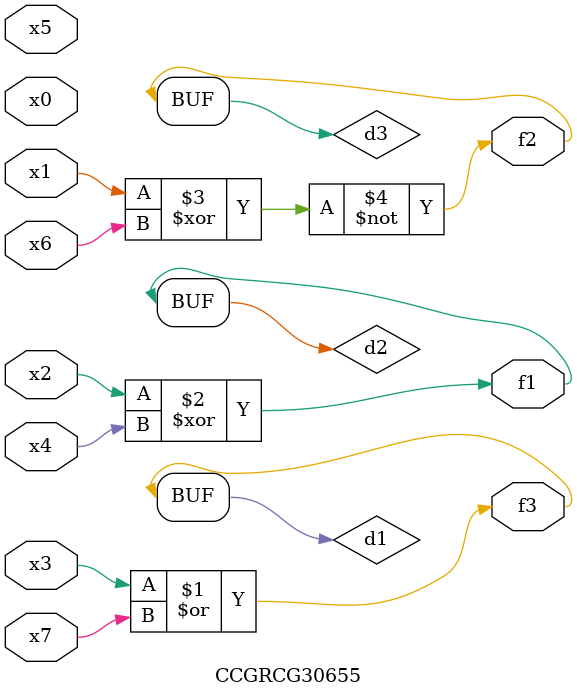
<source format=v>
module CCGRCG30655(
	input x0, x1, x2, x3, x4, x5, x6, x7,
	output f1, f2, f3
);

	wire d1, d2, d3;

	or (d1, x3, x7);
	xor (d2, x2, x4);
	xnor (d3, x1, x6);
	assign f1 = d2;
	assign f2 = d3;
	assign f3 = d1;
endmodule

</source>
